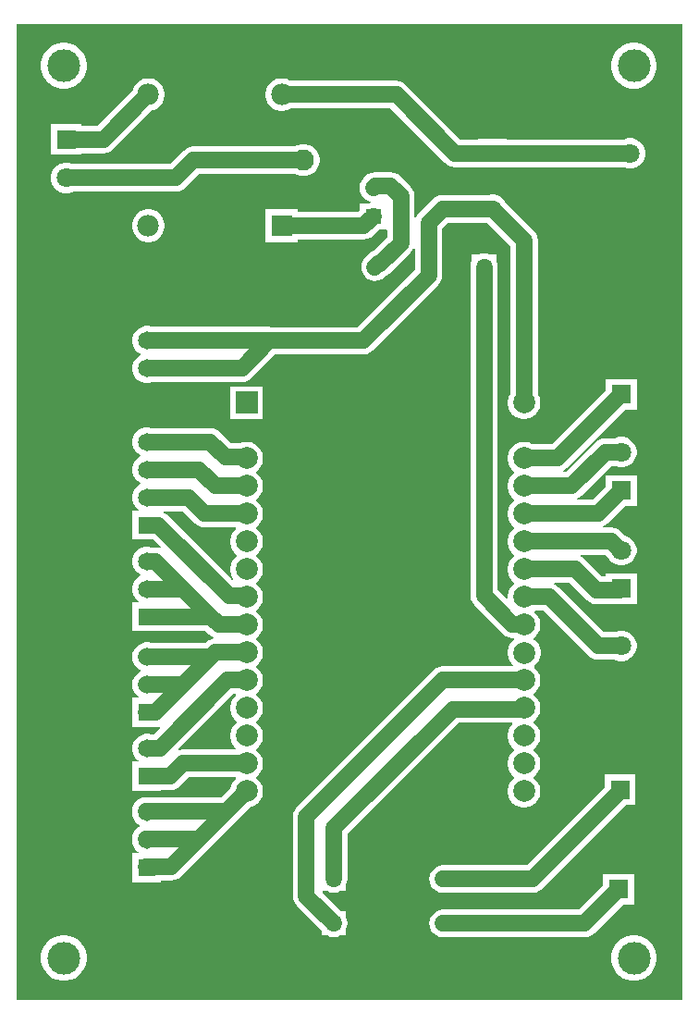
<source format=gbr>
%TF.GenerationSoftware,Altium Limited,Altium Designer,22.5.1 (42)*%
G04 Layer_Physical_Order=2*
G04 Layer_Color=16711680*
%FSLAX45Y45*%
%MOMM*%
%TF.SameCoordinates,0F5D3445-5268-4BF5-932C-448DE224A770*%
%TF.FilePolarity,Positive*%
%TF.FileFunction,Copper,L2,Bot,Signal*%
%TF.Part,Single*%
G01*
G75*
%TA.AperFunction,WasherPad*%
%ADD10C,3.00000*%
%TA.AperFunction,ComponentPad*%
%ADD11C,1.80000*%
%ADD12R,1.80000X1.80000*%
%ADD13R,1.25000X1.25000*%
%ADD14C,1.25000*%
%ADD15R,1.98000X1.98000*%
%ADD16C,1.93500*%
%ADD17C,1.98000*%
%TA.AperFunction,ViaPad*%
%ADD18C,2.00000*%
%TA.AperFunction,ComponentPad*%
%ADD19C,2.00000*%
%ADD20R,1.20000X1.20000*%
%ADD21C,1.20000*%
%ADD22R,1.60000X1.60000*%
%ADD23C,1.60000*%
%ADD24R,1.65000X1.65000*%
%ADD25C,1.65000*%
%ADD26R,2.00000X2.00000*%
%ADD27C,1.40000*%
%ADD28R,1.40000X1.40000*%
%TA.AperFunction,Conductor*%
%ADD29C,1.50000*%
G36*
X11836400Y2819401D02*
X11836399Y2819400D01*
X5740400D01*
X5740399Y11747500D01*
X11836400D01*
Y2819401D01*
D02*
G37*
%LPC*%
G36*
X11412583Y11576500D02*
X11371217D01*
X11330645Y11568429D01*
X11292428Y11552599D01*
X11258033Y11529618D01*
X11228782Y11500367D01*
X11205801Y11465972D01*
X11189971Y11427755D01*
X11181900Y11387183D01*
Y11345817D01*
X11189971Y11305245D01*
X11205801Y11267028D01*
X11228782Y11232633D01*
X11258033Y11203382D01*
X11292428Y11180401D01*
X11330645Y11164571D01*
X11371217Y11156500D01*
X11412583D01*
X11453155Y11164571D01*
X11491372Y11180401D01*
X11525767Y11203382D01*
X11555018Y11232633D01*
X11577999Y11267028D01*
X11593829Y11305245D01*
X11601900Y11345817D01*
Y11387183D01*
X11593829Y11427755D01*
X11577999Y11465972D01*
X11555018Y11500367D01*
X11525767Y11529618D01*
X11491372Y11552599D01*
X11453155Y11568429D01*
X11412583Y11576500D01*
D02*
G37*
G36*
X6192883D02*
X6151517D01*
X6110945Y11568429D01*
X6072728Y11552599D01*
X6038333Y11529618D01*
X6009082Y11500367D01*
X5986101Y11465972D01*
X5970271Y11427755D01*
X5962200Y11387183D01*
Y11345817D01*
X5970271Y11305245D01*
X5986101Y11267028D01*
X6009082Y11232633D01*
X6038333Y11203382D01*
X6072728Y11180401D01*
X6110945Y11164571D01*
X6151517Y11156500D01*
X6192883D01*
X6233455Y11164571D01*
X6271672Y11180401D01*
X6306067Y11203382D01*
X6335318Y11232633D01*
X6358299Y11267028D01*
X6374129Y11305245D01*
X6382200Y11345817D01*
Y11387183D01*
X6374129Y11427755D01*
X6358299Y11465972D01*
X6335318Y11500367D01*
X6306067Y11529618D01*
X6271672Y11552599D01*
X6233455Y11568429D01*
X6192883Y11576500D01*
D02*
G37*
G36*
X6961174Y11251899D02*
X6931824D01*
X6903037Y11246173D01*
X6875921Y11234941D01*
X6851517Y11218635D01*
X6830763Y11197881D01*
X6814457Y11173477D01*
X6803225Y11146360D01*
X6801131Y11135833D01*
X6481977Y10816679D01*
X6334897D01*
Y10830601D01*
X6054898D01*
Y10550601D01*
X6334897D01*
Y10564522D01*
X6534201D01*
X6566832Y10568818D01*
X6597240Y10581414D01*
X6623352Y10601450D01*
X6979433Y10957531D01*
X6989960Y10959625D01*
X7017077Y10970857D01*
X7041480Y10987163D01*
X7062235Y11007917D01*
X7078541Y11032321D01*
X7089772Y11059437D01*
X7095499Y11088224D01*
Y11117574D01*
X7089772Y11146360D01*
X7078541Y11173477D01*
X7062235Y11197881D01*
X7041480Y11218635D01*
X7017077Y11234941D01*
X6989960Y11246173D01*
X6961174Y11251899D01*
D02*
G37*
G36*
X8385821Y10649650D02*
X8347181D01*
X8309858Y10639649D01*
X8291376Y10628978D01*
X7360023D01*
X7327391Y10624683D01*
X7296984Y10612087D01*
X7270872Y10592051D01*
X7145499Y10466678D01*
X6256522D01*
X6248935Y10471058D01*
X6213329Y10480599D01*
X6176466D01*
X6140860Y10471058D01*
X6108936Y10452627D01*
X6082870Y10426561D01*
X6064438Y10394637D01*
X6054898Y10359030D01*
Y10322168D01*
X6064438Y10286561D01*
X6082870Y10254637D01*
X6108936Y10228571D01*
X6140860Y10210140D01*
X6176466Y10200599D01*
X6213329D01*
X6248935Y10210140D01*
X6256522Y10214521D01*
X7197722D01*
X7230354Y10218816D01*
X7260761Y10231412D01*
X7286873Y10251448D01*
X7412246Y10376822D01*
X8291376D01*
X8309858Y10366151D01*
X8347181Y10356150D01*
X8385821D01*
X8423144Y10366151D01*
X8456607Y10385471D01*
X8483930Y10412793D01*
X8503250Y10446257D01*
X8513251Y10483580D01*
Y10522220D01*
X8503250Y10559543D01*
X8483930Y10593006D01*
X8456607Y10620329D01*
X8423144Y10639649D01*
X8385821Y10649650D01*
D02*
G37*
G36*
X8181176Y11251899D02*
X8151826D01*
X8123040Y11246173D01*
X8095923Y11234941D01*
X8071520Y11218635D01*
X8050765Y11197881D01*
X8034459Y11173477D01*
X8023228Y11146360D01*
X8017501Y11117574D01*
Y11088224D01*
X8023228Y11059437D01*
X8034459Y11032321D01*
X8050765Y11007917D01*
X8071520Y10987163D01*
X8095923Y10970857D01*
X8123040Y10959625D01*
X8151826Y10953899D01*
X8181176D01*
X8209963Y10959625D01*
X8237079Y10970857D01*
X8246004Y10976820D01*
X9164878D01*
X9664449Y10477249D01*
X9690561Y10457213D01*
X9720968Y10444617D01*
X9753600Y10440322D01*
X9966500D01*
Y10436400D01*
X10226500D01*
Y10440322D01*
X10668000D01*
X10668665Y10440409D01*
X10690600Y10437521D01*
X11294876D01*
X11302463Y10433141D01*
X11338070Y10423600D01*
X11374932D01*
X11410539Y10433141D01*
X11442463Y10451572D01*
X11468528Y10477638D01*
X11486960Y10509562D01*
X11496501Y10545169D01*
Y10582031D01*
X11486960Y10617638D01*
X11468528Y10649562D01*
X11442463Y10675628D01*
X11410539Y10694059D01*
X11374932Y10703600D01*
X11338070D01*
X11302463Y10694059D01*
X11294876Y10689678D01*
X10690600D01*
X10689935Y10689591D01*
X10668000Y10692478D01*
X10226500D01*
Y10696400D01*
X9966500D01*
Y10692478D01*
X9805823D01*
X9306252Y11192050D01*
X9280140Y11212086D01*
X9249733Y11224681D01*
X9217101Y11228977D01*
X8246004D01*
X8237079Y11234941D01*
X8209963Y11246173D01*
X8181176Y11251899D01*
D02*
G37*
G36*
X9164032Y10393047D02*
X9022368D01*
X8989736Y10388751D01*
X8959329Y10376156D01*
X8933217Y10356119D01*
X8915149Y10338051D01*
X8895113Y10311939D01*
X8882517Y10281532D01*
X8878222Y10248900D01*
X8882517Y10216268D01*
X8895113Y10185861D01*
X8915149Y10159749D01*
X8941261Y10139713D01*
X8971668Y10127117D01*
X8985435Y10125305D01*
Y10112495D01*
X8971668Y10110683D01*
X8967365Y10108900D01*
X8884300D01*
Y10047203D01*
X8866077Y10028980D01*
X8315501D01*
Y10051901D01*
X8017501D01*
Y9753901D01*
X8315501D01*
Y9776823D01*
X8918301D01*
X8950932Y9781119D01*
X8981340Y9793714D01*
X9007452Y9813750D01*
X9062602Y9868901D01*
X9119521D01*
X9124300Y9868901D01*
X9132222Y9859482D01*
Y9797843D01*
X9004603Y9670224D01*
X8985304Y9662231D01*
X8959192Y9642194D01*
X8931149Y9614151D01*
X8911113Y9588039D01*
X8898517Y9557632D01*
X8894221Y9525000D01*
X8898517Y9492368D01*
X8911113Y9461961D01*
X8931149Y9435849D01*
X8957261Y9415813D01*
X8987668Y9403217D01*
X9020300Y9398922D01*
X9052932Y9403217D01*
X9083339Y9415813D01*
X9109451Y9435849D01*
X9109464Y9435862D01*
X9128763Y9443856D01*
X9154874Y9463892D01*
X9347451Y9656469D01*
X9367487Y9682581D01*
X9373522Y9697148D01*
X9386222Y9694622D01*
Y9501023D01*
X8860538Y8975340D01*
X8071840D01*
X8051800Y8977978D01*
X6975609D01*
X6951644Y8984400D01*
X6916756D01*
X6883057Y8975370D01*
X6852843Y8957926D01*
X6828174Y8933257D01*
X6810730Y8903043D01*
X6801700Y8869344D01*
Y8834456D01*
X6810730Y8800757D01*
X6828174Y8770543D01*
X6852843Y8745874D01*
X6876471Y8732232D01*
Y8717568D01*
X6852843Y8703926D01*
X6828174Y8679257D01*
X6810730Y8649043D01*
X6801700Y8615344D01*
Y8580456D01*
X6810730Y8546757D01*
X6828174Y8516543D01*
X6852843Y8491874D01*
X6883057Y8474430D01*
X6916756Y8465400D01*
X6951644D01*
X6975609Y8471822D01*
X7803076D01*
X7835708Y8476117D01*
X7866116Y8488713D01*
X7892227Y8508749D01*
X8106661Y8723183D01*
X8912762D01*
X8945393Y8727479D01*
X8975801Y8740074D01*
X9001913Y8760111D01*
X9601451Y9359649D01*
X9621487Y9385761D01*
X9634083Y9416168D01*
X9638378Y9448800D01*
Y9879177D01*
X9691523Y9932322D01*
X10044277D01*
X10260124Y9716474D01*
Y9593551D01*
X10263222Y9570020D01*
Y9373680D01*
X10260124Y9350149D01*
Y8363801D01*
X10253274Y8353550D01*
X10241967Y8326251D01*
X10236202Y8297272D01*
Y8267724D01*
X10241967Y8238745D01*
X10253274Y8211446D01*
X10269690Y8186879D01*
X10290583Y8165985D01*
X10315151Y8149570D01*
X10342449Y8138263D01*
X10371429Y8132498D01*
X10400976D01*
X10429956Y8138263D01*
X10457254Y8149570D01*
X10481822Y8165985D01*
X10502715Y8186879D01*
X10519130Y8211446D01*
X10530438Y8238745D01*
X10536202Y8267724D01*
Y8297272D01*
X10530438Y8326251D01*
X10519130Y8353550D01*
X10512281Y8363801D01*
Y9329716D01*
X10515379Y9353247D01*
Y9590453D01*
X10512281Y9613984D01*
Y9768698D01*
X10507985Y9801329D01*
X10495389Y9831737D01*
X10475353Y9857849D01*
X10208101Y10125101D01*
X10200526Y10138222D01*
X10176322Y10162426D01*
X10146678Y10179540D01*
X10113615Y10188400D01*
X10079385D01*
X10064751Y10184478D01*
X9639300D01*
X9606668Y10180183D01*
X9576261Y10167587D01*
X9550149Y10147551D01*
X9423149Y10020551D01*
X9403113Y9994439D01*
X9397078Y9979872D01*
X9384378Y9982398D01*
Y10172700D01*
X9380083Y10205332D01*
X9367487Y10235739D01*
X9347451Y10261851D01*
X9253183Y10356119D01*
X9227071Y10376155D01*
X9196664Y10388751D01*
X9164032Y10393047D01*
D02*
G37*
G36*
X6961174Y10051901D02*
X6931824D01*
X6903037Y10046175D01*
X6875921Y10034943D01*
X6851517Y10018637D01*
X6830763Y9997883D01*
X6814457Y9973479D01*
X6803225Y9946363D01*
X6797499Y9917576D01*
Y9888226D01*
X6803225Y9859440D01*
X6814457Y9832323D01*
X6830763Y9807919D01*
X6851517Y9787165D01*
X6875921Y9770859D01*
X6903037Y9759627D01*
X6931824Y9753901D01*
X6961174D01*
X6989960Y9759627D01*
X7017077Y9770859D01*
X7041480Y9787165D01*
X7062235Y9807919D01*
X7078541Y9832323D01*
X7089772Y9859440D01*
X7095499Y9888226D01*
Y9917576D01*
X7089772Y9946363D01*
X7078541Y9973479D01*
X7062235Y9997883D01*
X7041480Y10018637D01*
X7017077Y10034943D01*
X6989960Y10046175D01*
X6961174Y10051901D01*
D02*
G37*
G36*
X7996202Y8432498D02*
X7696202D01*
Y8132498D01*
X7996202D01*
Y8432498D01*
D02*
G37*
G36*
X10020300Y9651078D02*
X9987668Y9646783D01*
X9965258Y9637500D01*
X9907800D01*
Y9580043D01*
X9898517Y9557631D01*
X9894221Y9524999D01*
Y9334500D01*
X9894222Y6516847D01*
X9898517Y6484215D01*
X9911113Y6453808D01*
X9931149Y6427696D01*
X10193498Y6165347D01*
X10219610Y6145311D01*
X10250017Y6132715D01*
X10282649Y6128420D01*
X10296322D01*
X10299544Y6122247D01*
Y6115298D01*
X10292981Y6110913D01*
X10272087Y6090019D01*
X10255672Y6065452D01*
X10244365Y6038153D01*
X10238600Y6009174D01*
Y5979626D01*
X10244365Y5950647D01*
X10255672Y5923348D01*
X10272087Y5898781D01*
X10289592Y5881277D01*
X10284799Y5868577D01*
X9643445D01*
X9610813Y5864281D01*
X9580406Y5851686D01*
X9554294Y5831649D01*
X8304850Y4582205D01*
X8284814Y4556094D01*
X8272218Y4525686D01*
X8267923Y4493054D01*
Y3767900D01*
X8272218Y3735268D01*
X8284814Y3704861D01*
X8304850Y3678749D01*
X8531501Y3452098D01*
Y3405400D01*
X8588959D01*
X8611370Y3396117D01*
X8644001Y3391822D01*
X8676633Y3396117D01*
X8699043Y3405400D01*
X8756501D01*
Y3462858D01*
X8765784Y3485268D01*
X8770079Y3517900D01*
X8765784Y3550531D01*
X8756501Y3572942D01*
Y3630400D01*
X8709803D01*
X8541103Y3799100D01*
X8546363Y3811800D01*
X8588959D01*
X8611369Y3802517D01*
X8644001Y3798222D01*
X8676633Y3802517D01*
X8699043Y3811800D01*
X8756501D01*
Y3869258D01*
X8765784Y3891668D01*
X8770079Y3924300D01*
Y4337278D01*
X9785655Y5352853D01*
X10274464D01*
X10279725Y5340153D01*
X10269690Y5330117D01*
X10253274Y5305550D01*
X10241967Y5278251D01*
X10236202Y5249272D01*
Y5219724D01*
X10241967Y5190745D01*
X10253274Y5163446D01*
X10269690Y5138879D01*
X10290583Y5117985D01*
X10296775Y5113848D01*
Y5101148D01*
X10290583Y5097011D01*
X10269690Y5076117D01*
X10253274Y5051550D01*
X10241967Y5024251D01*
X10236202Y4995272D01*
Y4965724D01*
X10241967Y4936745D01*
X10253274Y4909446D01*
X10269690Y4884879D01*
X10290583Y4863985D01*
X10296775Y4859848D01*
Y4847148D01*
X10290583Y4843011D01*
X10269690Y4822117D01*
X10253274Y4797550D01*
X10241967Y4770251D01*
X10236202Y4741272D01*
Y4711724D01*
X10241967Y4682745D01*
X10253274Y4655446D01*
X10269690Y4630879D01*
X10290583Y4609985D01*
X10315151Y4593570D01*
X10342449Y4582263D01*
X10371429Y4576498D01*
X10400976D01*
X10429956Y4582263D01*
X10457254Y4593570D01*
X10481822Y4609985D01*
X10502715Y4630879D01*
X10519130Y4655446D01*
X10530438Y4682745D01*
X10536202Y4711724D01*
Y4741272D01*
X10530438Y4770251D01*
X10519130Y4797550D01*
X10502715Y4822117D01*
X10481822Y4843011D01*
X10475630Y4847148D01*
Y4859848D01*
X10481822Y4863985D01*
X10502715Y4884879D01*
X10519130Y4909446D01*
X10530438Y4936745D01*
X10536202Y4965724D01*
Y4995272D01*
X10530438Y5024251D01*
X10519130Y5051550D01*
X10502715Y5076117D01*
X10481822Y5097011D01*
X10475630Y5101148D01*
Y5113848D01*
X10481822Y5117985D01*
X10502715Y5138879D01*
X10519130Y5163446D01*
X10530438Y5190745D01*
X10536202Y5219724D01*
Y5249272D01*
X10530438Y5278251D01*
X10519130Y5305550D01*
X10502715Y5330117D01*
X10481822Y5351011D01*
X10475630Y5355148D01*
Y5367848D01*
X10481822Y5371985D01*
X10502715Y5392879D01*
X10519130Y5417446D01*
X10530438Y5444745D01*
X10536202Y5473724D01*
Y5503272D01*
X10530438Y5532251D01*
X10519130Y5559550D01*
X10502715Y5584117D01*
X10481822Y5605011D01*
X10475630Y5609148D01*
Y5621848D01*
X10481822Y5625985D01*
X10502715Y5646879D01*
X10519130Y5671446D01*
X10530438Y5698745D01*
X10536202Y5727724D01*
Y5757272D01*
X10530438Y5786251D01*
X10519130Y5813550D01*
X10502715Y5838117D01*
X10481822Y5859011D01*
X10478398Y5861298D01*
Y5873998D01*
X10484219Y5877887D01*
X10505113Y5898781D01*
X10521528Y5923348D01*
X10532835Y5950647D01*
X10538600Y5979626D01*
Y6009174D01*
X10532835Y6038153D01*
X10521528Y6065452D01*
X10505113Y6090019D01*
X10484219Y6110913D01*
X10475258Y6116900D01*
Y6129600D01*
X10481822Y6133985D01*
X10502715Y6154879D01*
X10519130Y6179446D01*
X10530438Y6206745D01*
X10536202Y6235724D01*
Y6265272D01*
X10530438Y6294251D01*
X10519130Y6321550D01*
X10502715Y6346117D01*
X10483113Y6365720D01*
X10483883Y6371076D01*
X10487606Y6378420D01*
X10562879D01*
X10972549Y5968749D01*
X10998661Y5948713D01*
X11029068Y5936117D01*
X11061700Y5931822D01*
X11215975D01*
X11223562Y5927441D01*
X11259169Y5917900D01*
X11296031D01*
X11331638Y5927441D01*
X11363562Y5945872D01*
X11389628Y5971938D01*
X11408059Y6003862D01*
X11417600Y6039469D01*
Y6076331D01*
X11408059Y6111938D01*
X11389628Y6143862D01*
X11363562Y6169928D01*
X11331638Y6188359D01*
X11296031Y6197900D01*
X11259169D01*
X11223562Y6188359D01*
X11215975Y6183978D01*
X11113923D01*
X10704253Y6593649D01*
X10678141Y6613685D01*
X10663574Y6619720D01*
X10666100Y6632420D01*
X10804179D01*
X10960395Y6476203D01*
X10986507Y6456167D01*
X11016914Y6443572D01*
X11049546Y6439276D01*
X11173810D01*
X11181747Y6440321D01*
X11262600D01*
X11270794Y6441399D01*
X11417600D01*
Y6721399D01*
X11137600D01*
Y6691433D01*
X11101769D01*
X10945553Y6847649D01*
X10919441Y6867685D01*
X10904874Y6873720D01*
X10907400Y6886420D01*
X11136162D01*
X11149768Y6872813D01*
X11165572Y6845439D01*
X11191638Y6819373D01*
X11223562Y6800942D01*
X11259169Y6791401D01*
X11296031D01*
X11331638Y6800942D01*
X11363562Y6819373D01*
X11389628Y6845439D01*
X11408059Y6877363D01*
X11417600Y6912970D01*
Y6949832D01*
X11408059Y6985439D01*
X11389628Y7017363D01*
X11363562Y7043429D01*
X11331638Y7061860D01*
X11312086Y7067099D01*
X11277536Y7101649D01*
X11251424Y7121685D01*
X11221017Y7134281D01*
X11188385Y7138577D01*
X11114796D01*
X11112270Y7151277D01*
X11126837Y7157311D01*
X11152949Y7177347D01*
X11315902Y7340300D01*
X11417600D01*
Y7620300D01*
X11137600D01*
Y7518602D01*
X11011575Y7392577D01*
X10873496D01*
X10870970Y7405277D01*
X10885537Y7411311D01*
X10911649Y7431347D01*
X11184436Y7704134D01*
X11216130D01*
X11223562Y7699843D01*
X11259169Y7690302D01*
X11296031D01*
X11331638Y7699843D01*
X11363562Y7718274D01*
X11389628Y7744340D01*
X11408059Y7776264D01*
X11417600Y7811871D01*
Y7848733D01*
X11408059Y7884340D01*
X11389628Y7916264D01*
X11363562Y7942330D01*
X11331638Y7960761D01*
X11296031Y7970302D01*
X11259169D01*
X11223562Y7960761D01*
X11215820Y7956291D01*
X11132212D01*
X11099581Y7951995D01*
X11069173Y7939400D01*
X11043061Y7919363D01*
X10770275Y7646577D01*
X10743697D01*
X10741171Y7659277D01*
X10755738Y7665311D01*
X10781850Y7685347D01*
X11315902Y8219399D01*
X11417600D01*
Y8499399D01*
X11137600D01*
Y8397701D01*
X10640476Y7900577D01*
X10467505D01*
X10457254Y7907426D01*
X10429956Y7918733D01*
X10400976Y7924498D01*
X10371429D01*
X10342449Y7918733D01*
X10315151Y7907426D01*
X10290583Y7891011D01*
X10269690Y7870117D01*
X10253274Y7845550D01*
X10241967Y7818251D01*
X10236202Y7789272D01*
Y7759724D01*
X10241967Y7730745D01*
X10253274Y7703446D01*
X10269690Y7678879D01*
X10290583Y7657985D01*
X10296775Y7653848D01*
Y7641148D01*
X10290583Y7637011D01*
X10269690Y7616117D01*
X10253274Y7591550D01*
X10241967Y7564251D01*
X10236202Y7535272D01*
Y7505724D01*
X10241967Y7476745D01*
X10253274Y7449446D01*
X10269690Y7424879D01*
X10290583Y7403985D01*
X10296775Y7399848D01*
Y7387148D01*
X10290583Y7383011D01*
X10269690Y7362117D01*
X10253274Y7337550D01*
X10241967Y7310251D01*
X10236202Y7281272D01*
Y7251724D01*
X10241967Y7222745D01*
X10253274Y7195446D01*
X10269690Y7170879D01*
X10290583Y7149985D01*
X10296775Y7145848D01*
Y7133148D01*
X10290583Y7129011D01*
X10269690Y7108117D01*
X10253274Y7083550D01*
X10241967Y7056251D01*
X10236202Y7027272D01*
Y6997724D01*
X10241967Y6968745D01*
X10253274Y6941446D01*
X10269690Y6916879D01*
X10290583Y6895985D01*
X10296775Y6891848D01*
Y6879148D01*
X10290583Y6875011D01*
X10269690Y6854117D01*
X10253274Y6829550D01*
X10241967Y6802251D01*
X10236202Y6773272D01*
Y6743724D01*
X10241967Y6714745D01*
X10253274Y6687446D01*
X10269690Y6662879D01*
X10290583Y6641985D01*
X10296775Y6637848D01*
Y6625148D01*
X10290583Y6621011D01*
X10269690Y6600117D01*
X10253274Y6575550D01*
X10241967Y6548251D01*
X10236202Y6519272D01*
Y6497207D01*
X10223502Y6491947D01*
X10146378Y6569070D01*
X10146378Y9334500D01*
Y9524996D01*
X10146378Y9525000D01*
X10142083Y9557632D01*
X10132800Y9580042D01*
Y9637500D01*
X10075342D01*
X10052932Y9646783D01*
X10020300Y9651078D01*
D02*
G37*
G36*
X6949244Y8057300D02*
X6914356D01*
X6880657Y8048270D01*
X6850443Y8030826D01*
X6825774Y8006157D01*
X6808330Y7975943D01*
X6799300Y7942244D01*
Y7907356D01*
X6808330Y7873657D01*
X6825774Y7843443D01*
X6850443Y7818774D01*
X6874071Y7805132D01*
Y7790468D01*
X6850443Y7776826D01*
X6825774Y7752157D01*
X6808330Y7721943D01*
X6799300Y7688244D01*
Y7653356D01*
X6808330Y7619657D01*
X6825774Y7589443D01*
X6850443Y7564774D01*
X6874071Y7551132D01*
Y7536468D01*
X6850443Y7522826D01*
X6825774Y7498157D01*
X6808330Y7467943D01*
X6799300Y7434244D01*
Y7399356D01*
X6808330Y7365657D01*
X6825774Y7335443D01*
X6850443Y7310774D01*
X6855997Y7307567D01*
X6852710Y7295300D01*
X6799300D01*
Y7030300D01*
X6989998D01*
X7058630Y6961668D01*
X7051436Y6950901D01*
X7043032Y6954383D01*
X7010400Y6958678D01*
X6973209D01*
X6949244Y6965100D01*
X6914356D01*
X6880657Y6956070D01*
X6850443Y6938626D01*
X6825774Y6913957D01*
X6808330Y6883743D01*
X6799300Y6850044D01*
Y6815156D01*
X6808330Y6781457D01*
X6825774Y6751243D01*
X6850443Y6726574D01*
X6874071Y6712932D01*
Y6698268D01*
X6850443Y6684626D01*
X6825774Y6659957D01*
X6808330Y6629743D01*
X6799300Y6596044D01*
Y6561156D01*
X6808330Y6527457D01*
X6825774Y6497243D01*
X6850443Y6472574D01*
X6855997Y6469367D01*
X6852710Y6457100D01*
X6799300D01*
Y6192100D01*
X7064300D01*
Y6198522D01*
X7466177D01*
X7503351Y6161347D01*
X7529463Y6141311D01*
X7540980Y6136540D01*
X7539264Y6123505D01*
X7529966Y6122281D01*
X7499559Y6109685D01*
X7473447Y6089649D01*
X7466177Y6082378D01*
X6973209D01*
X6949244Y6088800D01*
X6914356D01*
X6880657Y6079770D01*
X6850443Y6062326D01*
X6837588Y6049471D01*
X6832349Y6045451D01*
X6828329Y6040212D01*
X6825774Y6037657D01*
X6823967Y6034527D01*
X6812313Y6019339D01*
X6799717Y5988932D01*
X6795422Y5956300D01*
X6799717Y5923668D01*
X6812313Y5893261D01*
X6823967Y5878073D01*
X6825774Y5874943D01*
X6828329Y5872388D01*
X6832349Y5867149D01*
X6837588Y5863129D01*
X6850443Y5850274D01*
X6874071Y5836632D01*
Y5821968D01*
X6850443Y5808326D01*
X6837588Y5795471D01*
X6832349Y5791451D01*
X6828329Y5786212D01*
X6825774Y5783657D01*
X6823967Y5780527D01*
X6812313Y5765339D01*
X6799717Y5734932D01*
X6795422Y5702300D01*
X6799717Y5669668D01*
X6812313Y5639261D01*
X6823967Y5624073D01*
X6825774Y5620943D01*
X6828329Y5618388D01*
X6832349Y5613149D01*
X6837588Y5609129D01*
X6850443Y5596274D01*
X6855997Y5593067D01*
X6852710Y5580800D01*
X6799300D01*
Y5477762D01*
X6795422Y5448300D01*
X6799300Y5418838D01*
Y5315800D01*
X7049938D01*
X7055198Y5303100D01*
X6996277Y5244178D01*
X6973209D01*
X6949244Y5250600D01*
X6914356D01*
X6880657Y5241570D01*
X6850443Y5224126D01*
X6825774Y5199457D01*
X6808330Y5169243D01*
X6799300Y5135544D01*
Y5100656D01*
X6808330Y5066957D01*
X6825774Y5036743D01*
X6850443Y5012074D01*
X6855997Y5008867D01*
X6852710Y4996600D01*
X6799300D01*
Y4731600D01*
X7064300D01*
Y4738022D01*
X7148053D01*
X7180685Y4742317D01*
X7211093Y4754913D01*
X7237204Y4774949D01*
X7316675Y4854420D01*
X7744798D01*
X7748522Y4847076D01*
X7749292Y4841720D01*
X7729690Y4822117D01*
X7713274Y4797550D01*
X7701967Y4770251D01*
X7699561Y4758159D01*
X7614081Y4672678D01*
X6921500D01*
X6888868Y4668383D01*
X6858461Y4655787D01*
X6832349Y4635751D01*
X6812313Y4609639D01*
X6799717Y4579232D01*
X6795422Y4546600D01*
X6799300Y4517138D01*
Y4516456D01*
X6799477Y4515797D01*
X6799717Y4513968D01*
X6800423Y4512264D01*
X6808330Y4482757D01*
X6825774Y4452543D01*
X6850443Y4427874D01*
X6867667Y4417929D01*
X6866837Y4405257D01*
X6858461Y4401787D01*
X6832349Y4381751D01*
X6812313Y4355639D01*
X6799717Y4325232D01*
X6795422Y4292600D01*
X6799300Y4263138D01*
Y4262456D01*
X6799477Y4261797D01*
X6799717Y4259968D01*
X6800423Y4258264D01*
X6808330Y4228757D01*
X6825774Y4198543D01*
X6850443Y4173874D01*
X6855997Y4170667D01*
X6852710Y4158400D01*
X6799300D01*
Y4068062D01*
X6795422Y4038600D01*
X6799300Y4009138D01*
Y3893400D01*
X7064300D01*
Y3912522D01*
X7158304D01*
X7190936Y3916817D01*
X7221343Y3929413D01*
X7247455Y3949449D01*
X7501455Y4203449D01*
X7755455Y4457449D01*
X7877863Y4579857D01*
X7889956Y4582263D01*
X7917254Y4593570D01*
X7941822Y4609985D01*
X7962715Y4630879D01*
X7979130Y4655446D01*
X7990438Y4682745D01*
X7996202Y4711724D01*
Y4741272D01*
X7990438Y4770251D01*
X7979130Y4797550D01*
X7962715Y4822117D01*
X7941822Y4843011D01*
X7935630Y4847148D01*
Y4859848D01*
X7941822Y4863985D01*
X7962715Y4884879D01*
X7979130Y4909446D01*
X7990438Y4936745D01*
X7996202Y4965724D01*
Y4995272D01*
X7990438Y5024251D01*
X7979130Y5051550D01*
X7962715Y5076117D01*
X7941822Y5097011D01*
X7935630Y5101148D01*
Y5113848D01*
X7941822Y5117985D01*
X7962715Y5138879D01*
X7979130Y5163446D01*
X7990438Y5190745D01*
X7996202Y5219724D01*
Y5249272D01*
X7990438Y5278251D01*
X7979130Y5305550D01*
X7962715Y5330117D01*
X7941822Y5351011D01*
X7935630Y5355148D01*
Y5367848D01*
X7941822Y5371985D01*
X7962715Y5392879D01*
X7979130Y5417446D01*
X7990438Y5444745D01*
X7996202Y5473724D01*
Y5503272D01*
X7990438Y5532251D01*
X7979130Y5559550D01*
X7962715Y5584117D01*
X7941822Y5605011D01*
X7935630Y5609148D01*
Y5621848D01*
X7941822Y5625985D01*
X7962715Y5646879D01*
X7979130Y5671446D01*
X7990438Y5698745D01*
X7996202Y5727724D01*
Y5757272D01*
X7990438Y5786251D01*
X7979130Y5813550D01*
X7962715Y5838117D01*
X7941822Y5859011D01*
X7935630Y5863148D01*
Y5875848D01*
X7941822Y5879985D01*
X7962715Y5900879D01*
X7979130Y5925446D01*
X7990438Y5952745D01*
X7996202Y5981724D01*
Y6011272D01*
X7990438Y6040251D01*
X7979130Y6067550D01*
X7962715Y6092117D01*
X7941822Y6113011D01*
X7935630Y6117148D01*
Y6129848D01*
X7941822Y6133985D01*
X7962715Y6154879D01*
X7979130Y6179446D01*
X7990438Y6206745D01*
X7996202Y6235724D01*
Y6265272D01*
X7990438Y6294251D01*
X7979130Y6321550D01*
X7962715Y6346117D01*
X7941822Y6367011D01*
X7935630Y6371148D01*
Y6383848D01*
X7941822Y6387985D01*
X7962715Y6408879D01*
X7979130Y6433446D01*
X7990438Y6460745D01*
X7996202Y6489724D01*
Y6519272D01*
X7990438Y6548251D01*
X7979130Y6575550D01*
X7962715Y6600117D01*
X7941822Y6621011D01*
X7935630Y6625148D01*
Y6637848D01*
X7941822Y6641985D01*
X7962715Y6662879D01*
X7979130Y6687446D01*
X7990438Y6714745D01*
X7996202Y6743724D01*
Y6773272D01*
X7990438Y6802251D01*
X7979130Y6829550D01*
X7962715Y6854117D01*
X7941822Y6875011D01*
X7935630Y6879148D01*
Y6891848D01*
X7941822Y6895985D01*
X7962715Y6916879D01*
X7979130Y6941446D01*
X7990438Y6968745D01*
X7996202Y6997724D01*
Y7027272D01*
X7990438Y7056251D01*
X7979130Y7083550D01*
X7962715Y7108117D01*
X7941822Y7129011D01*
X7935630Y7133148D01*
Y7145848D01*
X7941822Y7149985D01*
X7962715Y7170879D01*
X7979130Y7195446D01*
X7990438Y7222745D01*
X7996202Y7251724D01*
Y7281272D01*
X7990438Y7310251D01*
X7979130Y7337550D01*
X7962715Y7362117D01*
X7941822Y7383011D01*
X7935630Y7387148D01*
Y7399848D01*
X7941822Y7403985D01*
X7962715Y7424879D01*
X7979130Y7449446D01*
X7990438Y7476745D01*
X7996202Y7505724D01*
Y7535272D01*
X7990438Y7564251D01*
X7979130Y7591550D01*
X7962715Y7616117D01*
X7941822Y7637011D01*
X7935630Y7641148D01*
Y7653848D01*
X7941822Y7657985D01*
X7962715Y7678879D01*
X7979130Y7703446D01*
X7990438Y7730745D01*
X7996202Y7759724D01*
Y7789272D01*
X7990438Y7818251D01*
X7979130Y7845550D01*
X7962715Y7870117D01*
X7941822Y7891011D01*
X7917254Y7907426D01*
X7889956Y7918733D01*
X7860976Y7924498D01*
X7831429D01*
X7802449Y7918733D01*
X7781711Y7910143D01*
X7704624D01*
X7600816Y8013951D01*
X7574705Y8033987D01*
X7544297Y8046583D01*
X7511665Y8050878D01*
X6973209D01*
X6949244Y8057300D01*
D02*
G37*
G36*
X11407602Y4879899D02*
X11127603D01*
Y4765405D01*
X10412577Y4050378D01*
X9643999D01*
X9611367Y4046083D01*
X9580960Y4033487D01*
X9554848Y4013451D01*
X9534812Y3987339D01*
X9522216Y3956932D01*
X9517921Y3924300D01*
X9522216Y3891668D01*
X9534812Y3861261D01*
X9554848Y3835149D01*
X9580960Y3815113D01*
X9611367Y3802517D01*
X9643999Y3798222D01*
X10464800D01*
X10497432Y3802517D01*
X10527839Y3815113D01*
X10553951Y3835149D01*
X11318701Y4599899D01*
X11407602D01*
Y4879899D01*
D02*
G37*
G36*
X11392200Y3968298D02*
X11112200D01*
Y3866600D01*
X10889578Y3643978D01*
X9643999D01*
X9611367Y3639683D01*
X9580960Y3627087D01*
X9554848Y3607051D01*
X9534812Y3580939D01*
X9522216Y3550532D01*
X9517921Y3517900D01*
X9522216Y3485268D01*
X9534812Y3454861D01*
X9554848Y3428749D01*
X9580960Y3408713D01*
X9611367Y3396117D01*
X9643999Y3391822D01*
X10941802D01*
X10974433Y3396117D01*
X11004841Y3408713D01*
X11030953Y3428749D01*
X11290502Y3688298D01*
X11392200D01*
Y3968298D01*
D02*
G37*
G36*
X11412583Y3410400D02*
X11371217D01*
X11330645Y3402329D01*
X11292428Y3386499D01*
X11258033Y3363518D01*
X11228782Y3334267D01*
X11205801Y3299872D01*
X11189971Y3261655D01*
X11181900Y3221083D01*
Y3179717D01*
X11189971Y3139145D01*
X11205801Y3100928D01*
X11228782Y3066533D01*
X11258033Y3037282D01*
X11292428Y3014301D01*
X11330645Y2998471D01*
X11371217Y2990400D01*
X11412583D01*
X11453155Y2998471D01*
X11491372Y3014301D01*
X11525767Y3037282D01*
X11555018Y3066533D01*
X11577999Y3100928D01*
X11593829Y3139145D01*
X11601900Y3179717D01*
Y3221083D01*
X11593829Y3261655D01*
X11577999Y3299872D01*
X11555018Y3334267D01*
X11525767Y3363518D01*
X11491372Y3386499D01*
X11453155Y3402329D01*
X11412583Y3410400D01*
D02*
G37*
G36*
X6192883D02*
X6151517D01*
X6110945Y3402329D01*
X6072728Y3386499D01*
X6038333Y3363518D01*
X6009082Y3334267D01*
X5986101Y3299872D01*
X5970271Y3261655D01*
X5962200Y3221083D01*
Y3179717D01*
X5970271Y3139145D01*
X5986101Y3100928D01*
X6009082Y3066533D01*
X6038333Y3037282D01*
X6072728Y3014301D01*
X6110945Y2998471D01*
X6151517Y2990400D01*
X6192883D01*
X6233455Y2998471D01*
X6271672Y3014301D01*
X6306067Y3037282D01*
X6335318Y3066533D01*
X6358299Y3100928D01*
X6374129Y3139145D01*
X6382200Y3179717D01*
Y3221083D01*
X6374129Y3261655D01*
X6358299Y3299872D01*
X6335318Y3334267D01*
X6306067Y3363518D01*
X6271672Y3386499D01*
X6233455Y3402329D01*
X6192883Y3410400D01*
D02*
G37*
%LPD*%
G36*
X7373710Y7177347D02*
X7399822Y7157311D01*
X7430229Y7144715D01*
X7462861Y7140420D01*
X7744798D01*
X7748522Y7133076D01*
X7749292Y7127720D01*
X7729690Y7108117D01*
X7713274Y7083550D01*
X7701967Y7056251D01*
X7696202Y7027272D01*
Y6997724D01*
X7701967Y6968745D01*
X7713274Y6941446D01*
X7729690Y6916879D01*
X7750583Y6895985D01*
X7756775Y6891848D01*
Y6879148D01*
X7750583Y6875011D01*
X7729690Y6854117D01*
X7713274Y6829550D01*
X7701967Y6802251D01*
X7696202Y6773272D01*
Y6743724D01*
X7701967Y6714745D01*
X7713274Y6687446D01*
X7725070Y6669792D01*
X7715205Y6661697D01*
X7124951Y7251951D01*
X7098839Y7271987D01*
X7084272Y7278022D01*
X7086798Y7290722D01*
X7260335D01*
X7373710Y7177347D01*
D02*
G37*
G36*
X7748522Y5609076D02*
X7749292Y5603720D01*
X7729690Y5584117D01*
X7713274Y5559550D01*
X7701967Y5532251D01*
X7696202Y5503272D01*
Y5473724D01*
X7701967Y5444745D01*
X7713274Y5417446D01*
X7729690Y5392879D01*
X7750583Y5371985D01*
X7756775Y5367848D01*
Y5355148D01*
X7750583Y5351011D01*
X7729690Y5330117D01*
X7713274Y5305550D01*
X7701967Y5278251D01*
X7696202Y5249272D01*
Y5219724D01*
X7701967Y5190745D01*
X7713274Y5163446D01*
X7729690Y5138879D01*
X7749292Y5119277D01*
X7748522Y5113920D01*
X7744798Y5106577D01*
X7264451D01*
X7231820Y5102281D01*
X7226909Y5100247D01*
X7219715Y5111013D01*
X7725121Y5616420D01*
X7744798D01*
X7748522Y5609076D01*
D02*
G37*
D10*
X6172200Y3200400D02*
D03*
X11391900D02*
D03*
X6172200Y11366500D02*
D03*
X11391900D02*
D03*
D11*
X6194897Y10340599D02*
D03*
X11356501Y10563600D02*
D03*
X11252200Y4178300D02*
D03*
X11267603Y5089901D02*
D03*
X11277600Y7830302D02*
D03*
Y8709401D02*
D03*
Y6931401D02*
D03*
Y6057900D02*
D03*
D12*
X6194897Y10690601D02*
D03*
X11356501Y10213598D02*
D03*
X11252200Y3828298D02*
D03*
X11267603Y4739899D02*
D03*
X11277600Y7480300D02*
D03*
Y8359399D02*
D03*
Y6581399D02*
D03*
Y5707898D02*
D03*
D13*
X10020300Y9525000D02*
D03*
X8644001Y3517900D02*
D03*
Y3924300D02*
D03*
D14*
X9020300Y9525000D02*
D03*
X9643999Y3517900D02*
D03*
Y3924300D02*
D03*
D15*
X8166501Y9902901D02*
D03*
D16*
X8366501Y10502900D02*
D03*
D17*
X8166501Y11102899D02*
D03*
X6946499D02*
D03*
Y9902901D02*
D03*
D18*
X10388600Y5994400D02*
D03*
D19*
X10386202Y5742498D02*
D03*
X7846202Y8028498D02*
D03*
Y7774498D02*
D03*
Y7520498D02*
D03*
Y7266498D02*
D03*
Y7012498D02*
D03*
Y6758498D02*
D03*
Y6504498D02*
D03*
Y6250498D02*
D03*
Y5996498D02*
D03*
Y5742498D02*
D03*
Y5488498D02*
D03*
Y5234498D02*
D03*
Y4980498D02*
D03*
Y4726498D02*
D03*
X10386202Y8282498D02*
D03*
Y8028498D02*
D03*
Y7774498D02*
D03*
Y7520498D02*
D03*
Y7266498D02*
D03*
Y7012498D02*
D03*
Y6758498D02*
D03*
Y6504498D02*
D03*
Y6250498D02*
D03*
Y5488498D02*
D03*
Y5234498D02*
D03*
Y4980498D02*
D03*
Y4726498D02*
D03*
D20*
X10680700Y10553700D02*
D03*
X9639300Y10312400D02*
D03*
D21*
X10680700Y10299700D02*
D03*
X9639300Y10058400D02*
D03*
D22*
X10096500Y10566400D02*
D03*
D23*
Y10312400D02*
D03*
Y10058400D02*
D03*
D24*
X6931800Y4864100D02*
D03*
X6934200Y8343900D02*
D03*
X6931800Y4025900D02*
D03*
Y6324600D02*
D03*
Y5448300D02*
D03*
Y7162800D02*
D03*
D25*
Y5118100D02*
D03*
X6934200Y8851900D02*
D03*
Y8597900D02*
D03*
X6931800Y4533900D02*
D03*
Y4279900D02*
D03*
Y6832600D02*
D03*
Y6578600D02*
D03*
Y5956300D02*
D03*
Y5702300D02*
D03*
Y7924800D02*
D03*
Y7670800D02*
D03*
Y7416800D02*
D03*
D26*
X7846202Y8282498D02*
D03*
D27*
X9004300Y10248900D02*
D03*
Y10508899D02*
D03*
D28*
Y9988901D02*
D03*
D29*
X6194897Y10340599D02*
X7197722D01*
X6534201Y10690601D02*
X6946499Y11102899D01*
X6194897Y10690601D02*
X6534201D01*
X7360023Y10502900D02*
X8366501D01*
X7197722Y10340599D02*
X7360023Y10502900D01*
X8166501Y11102899D02*
X9217101D01*
X9753600Y10566400D02*
X10096500D01*
X9217101Y11102899D02*
X9753600Y10566400D01*
X10096500D02*
X10668000D01*
X8166501Y9902901D02*
X8918301D01*
X9004300Y9988901D01*
X9022368Y10266968D02*
X9164032D01*
X9004300Y10248900D02*
X9022368Y10266968D01*
X9020300Y9525000D02*
X9048343Y9553043D01*
X9065723D01*
X9258300Y9745620D01*
Y10172700D01*
X9164032Y10266968D02*
X9258300Y10172700D01*
X9512300Y9931400D02*
X9639300Y10058400D01*
X8912762Y8849262D02*
X9512300Y9448800D01*
Y9931400D01*
X9639300Y10058400D02*
X10096500D01*
X10020299Y9524999D02*
X10020300Y9525000D01*
X10020299Y9334500D02*
Y9524999D01*
Y9334500D02*
X10020300Y6516847D01*
X10282649Y6254498D01*
X10382202D01*
X10386202Y6250498D01*
Y9593551D02*
Y9768698D01*
X10389300Y9353247D02*
Y9590453D01*
X10386202Y9350149D02*
X10389300Y9353247D01*
X10096500Y10058400D02*
X10386202Y9768698D01*
Y9593551D02*
X10389300Y9590453D01*
X10386202Y8282498D02*
Y9350149D01*
X8054438Y8849262D02*
X8912762D01*
X10690600Y10563600D02*
X11356501D01*
X7803076Y8597900D02*
X8054438Y8849262D01*
X6934200Y8851900D02*
X8051800D01*
X8054438Y8849262D01*
X6934200Y8597900D02*
X7803076D01*
X6921500Y5956300D02*
X7518400D01*
X7562598Y6000498D01*
X7842202D02*
X7846202Y5996498D01*
X7562598Y6000498D02*
X7842202D01*
Y7524498D02*
X7846202Y7520498D01*
X7558414Y7524498D02*
X7842202D01*
X7412112Y7670800D02*
X7558414Y7524498D01*
X6931800Y7670800D02*
X7412112D01*
X7836635Y7784065D02*
X7846202Y7774498D01*
X7652400Y7784065D02*
X7836635D01*
X7511665Y7924800D02*
X7652400Y7784065D01*
X6931800Y7924800D02*
X7511665D01*
X7462861Y7266498D02*
X7846202D01*
X7312559Y7416800D02*
X7462861Y7266498D01*
X6931800Y7416800D02*
X7312559D01*
X7836635Y6514065D02*
X7846202Y6504498D01*
X7684535Y6514065D02*
X7836635D01*
X7035800Y7162800D02*
X7684535Y6514065D01*
X6931800Y7162800D02*
X7035800D01*
X7010400Y6832600D02*
X7264400Y6578600D01*
X6931800Y6832600D02*
X7010400D01*
X6931800Y6324600D02*
X7518400D01*
X6931800Y6578600D02*
X7264400D01*
X7264451Y4980498D02*
X7846202D01*
X7148053Y4864100D02*
X7264451Y4980498D01*
X6931800Y4864100D02*
X7148053D01*
X7672898Y5742498D02*
X7846202D01*
X7048500Y5118100D02*
X7672898Y5742498D01*
X6931800Y5118100D02*
X7048500D01*
X7412304Y4292600D02*
X7666304Y4546600D01*
X7158304Y4038600D02*
X7412304Y4292600D01*
X6921500D02*
X7412304D01*
X7666304Y4546600D02*
X7846202Y4726498D01*
X6921500Y4546600D02*
X7666304D01*
X6921500Y4038600D02*
X7158304D01*
X7258050Y5695950D02*
X7518400Y5956300D01*
Y6324600D02*
X7592502Y6250498D01*
X7264400Y6578600D02*
X7518400Y6324600D01*
X7592502Y6250498D02*
X7846202D01*
X7010400Y5448300D02*
X7258050Y5695950D01*
X7251700Y5702300D02*
X7258050Y5695950D01*
X6921500Y5702300D02*
X7251700D01*
X6921500Y5448300D02*
X7010400D01*
X9643445Y5742498D02*
X10386202D01*
X8644001Y3924300D02*
Y4389501D01*
X9733431Y5478931D02*
X10376635D01*
X8644001Y4389501D02*
X9733431Y5478931D01*
X8394001Y3767900D02*
Y4493054D01*
X9643445Y5742498D01*
X8394001Y3767900D02*
X8644001Y3517900D01*
X10822498Y7520498D02*
X11132212Y7830212D01*
X11277511D02*
X11277600Y7830302D01*
X11132212Y7830212D02*
X11277511D01*
X11063798Y7266498D02*
X11277600Y7480300D01*
X11174855Y6566399D02*
X11262600D01*
X11188385Y7012498D02*
X11269482Y6931401D01*
X10692699Y7774498D02*
X11277600Y8359399D01*
X10615102Y6504498D02*
X11061700Y6057900D01*
X11277600D01*
X10386202Y7520498D02*
X10822498D01*
X10386202Y6758498D02*
X10856402D01*
X11049546Y6565354D01*
X11173810D01*
X11174855Y6566399D01*
X10386202Y7266498D02*
X11063798D01*
X10386202Y7774498D02*
X10692699D01*
X10399732Y7012498D02*
X11188385D01*
X10376635Y5478931D02*
X10386202Y5488498D01*
Y6504498D02*
X10615102D01*
X11269482Y6931401D02*
X11277600D01*
X11262600Y6566399D02*
X11277600Y6581399D01*
X10464800Y3924300D02*
X11252603Y4712103D01*
X10941802Y3517900D02*
X11252200Y3828298D01*
X9643999Y3517900D02*
X10941802D01*
X11252603Y4724899D02*
X11254806Y4727103D01*
X11252603Y4712103D02*
Y4724899D01*
X11254806Y4727103D02*
X11267603D01*
X9643999Y3924300D02*
X10464800D01*
%TF.MD5,132457a4f341bfb16f3294790e06cd3f*%
M02*

</source>
